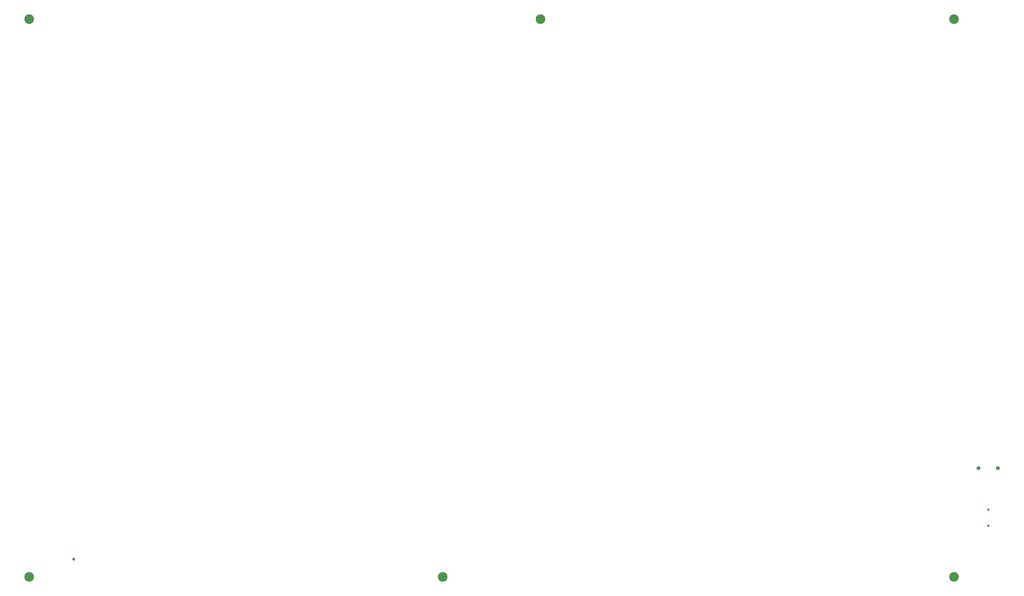
<source format=gbs>
G04 EAGLE Gerber RS-274X export*
G75*
%MOMM*%
%FSLAX34Y34*%
%LPD*%
%INSoldermask Bottom*%
%IPPOS*%
%AMOC8*
5,1,8,0,0,1.08239X$1,22.5*%
G01*
%ADD10C,3.505200*%
%ADD11C,0.853200*%
%ADD12C,1.403200*%
%ADD13C,1.103200*%


D10*
X3430000Y75000D03*
X75000Y75000D03*
D11*
X3554450Y261100D03*
X3554450Y318900D03*
D12*
X3589000Y470000D03*
X3519000Y470000D03*
D13*
X236300Y140000D03*
D10*
X1930000Y2100000D03*
X1575000Y75000D03*
X3430000Y2100000D03*
X75000Y2100000D03*
M02*

</source>
